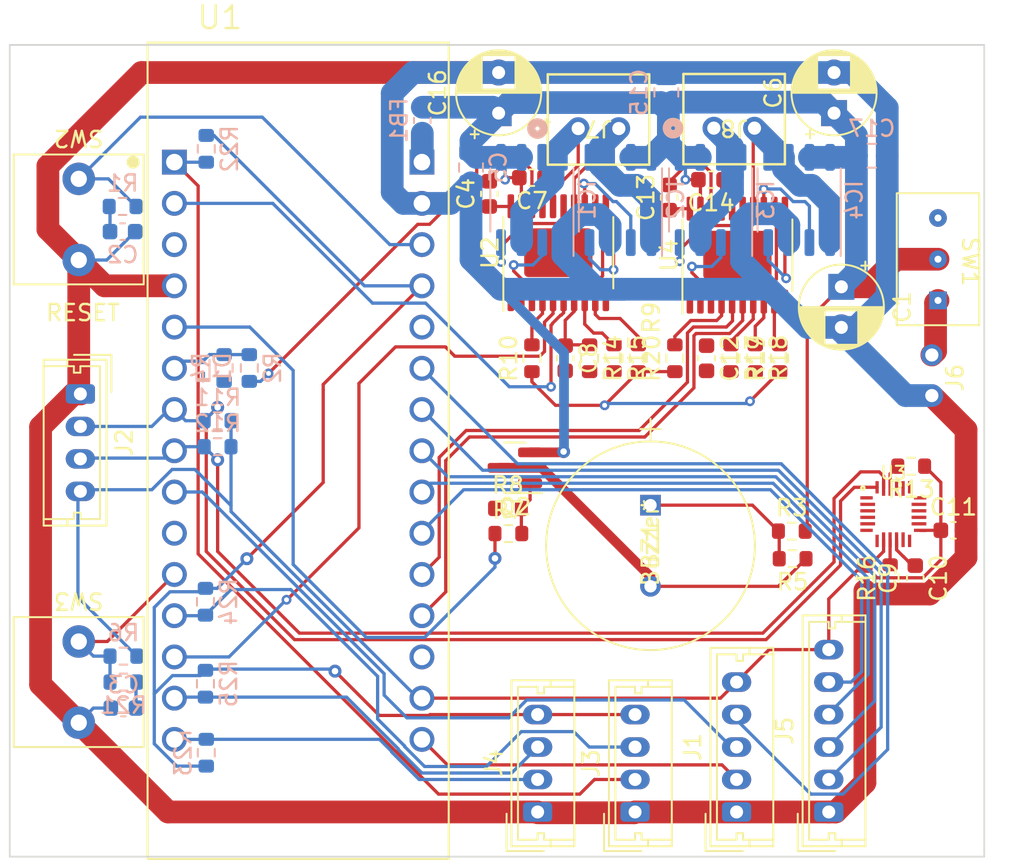
<source format=kicad_pcb>
(kicad_pcb (version 20211014) (generator pcbnew)
  (layers (0 "F.Cu" signal) (31 "B.Cu" signal) (34 "B.Paste" user) (35 "F.Paste" user) (36 "B.SilkS" user "B.Silkscreen") (37 "F.SilkS" user "F.Silkscreen") (38 "B.Mask" user) (39 "F.Mask" user) (44 "Edge.Cuts" user))
  (net 0 "")
  (net 1 "Net-(BZ1-Pad1)")
  (net 2 "Net-(BZ1-Pad2)")
  (net 3 "+BATT")
  (net 4 "GND")
  (net 5 "NRST")
  (net 6 "SW1")
  (net 7 "Net-(C4-Pad1)")
  (net 8 "Net-(C4-Pad2)")
  (net 9 "Net-(C7-Pad1)")
  (net 10 "Net-(C8-Pad1)")
  (net 11 "+3V3")
  (net 12 "Net-(C10-Pad1)")
  (net 13 "Net-(C12-Pad1)")
  (net 14 "Net-(FB1-Pad2)")
  (net 15 "Net-(IC2-Pad1)")
  (net 16 "Net-(IC2-Pad2)")
  (net 17 "Net-(IC2-Pad4)")
  (net 18 "Net-(IC3-Pad2)")
  (net 19 "Net-(IC3-Pad4)")
  (net 20 "Net-(IC4-Pad1)")
  (net 21 "Net-(IC4-Pad2)")
  (net 22 "Net-(IC4-Pad4)")
  (net 23 "NUCLEO_LED")
  (net 24 "Extra1")
  (net 25 "Extra2")
  (net 26 "SDA")
  (net 27 "SCLK")
  (net 28 "ENC1_2")
  (net 29 "ENC1_1")
  (net 30 "+5V")
  (net 31 "ENC2_2")
  (net 32 "ENC2_1")
  (net 33 "ADC1")
  (net 34 "ADC2")
  (net 35 "ADC3")
  (net 36 "ADC4")
  (net 37 "Net-(Q2-Pad1)")
  (net 38 "VBAT")
  (net 39 "SPEAKER")
  (net 40 "Net-(R9-Pad2)")
  (net 41 "Net-(R10-Pad2)")
  (net 42 "Net-(R13-Pad2)")
  (net 43 "Net-(R15-Pad1)")
  (net 44 "Net-(R16-Pad2)")
  (net 45 "MOT1_IN1")
  (net 49 "MOT2_IN2")
  (net 50 "MOT2_IN1")
  (net 51 "MOT1_IN2")
  (net 71 "Net-(J6-Pad2)")
  (net 72 "Net-(C3-Pad1)")
  (net 73 "Net-(C13-Pad1)")
  (net 74 "Net-(C13-Pad2)")
  (net 75 "Net-(C14-Pad1)")
  (net 76 "Net-(U2-Pad12)")
  (net 77 "Net-(IC1-Pad3)")
  (net 78 "Net-(U2-Pad15)")
  (net 79 "Net-(IC3-Pad3)")
  (net 80 "Net-(R18-Pad1)")
  (net 81 "Net-(R19-Pad2)")
  (net 82 "Net-(R20-Pad2)")
  (net 83 "Net-(C2-Pad1)")
  (footprint "Resistor_SMD:R_0603_1608Metric" (layer "F.Cu") (at 137.2 69.3 -90)
    (fp_text reference "R15")
    (fp_text value "33k")
  )
  (footprint "Footprints:QFN40P300X300X95-25N-D" (layer "F.Cu") (at 154.4 78.9)
    (fp_text reference "U3")
    (fp_text value "MPU-6500" hide)
  )
  (footprint "Resistor_SMD:R_0603_1608Metric" (layer "F.Cu") (at 144.4 69.3 -90)
    (fp_text reference "R17")
    (fp_text value "47k")
  )
  (footprint "Resistor_SMD:R_0603_1608Metric" (layer "F.Cu") (at 147.4 69.3 90)
    (fp_text reference "R19")
    (fp_text value "10k")
  )
  (footprint "Capacitor_SMD:C_0603_1608Metric" (layer "F.Cu") (at 140.6 59.4 90)
    (fp_text reference "C13")
    (fp_text value "0.1u")
  )
  (footprint "Capacitor_THT:CP_Radial_D5.0mm_P2.50mm" (layer "F.Cu") (at 151.2 64.9 -90)
    (fp_text reference "C1")
    (fp_text value "100u")
  )
  (footprint "Footprints:A4955GLPTR-T" (layer "F.Cu") (at 144.8 62.95 90)
    (fp_text reference "U4")
    (fp_text value "A4955GLPTR-T")
  )
  (footprint "Capacitor_SMD:C_0603_1608Metric" (layer "F.Cu") (at 152.65 82.85 -90)
    (fp_text reference "C9")
    (fp_text value "100n")
  )
  (footprint "Connector_Molex:Molex_Micro-Latch_53253-0470_1x04_P2.00mm_Vertical" (layer "F.Cu") (at 104.35 71.5 -90)
    (fp_text reference "J2")
    (fp_text value "I2C")
  )
  (footprint "Resistor_SMD:R_0603_1608Metric" (layer "F.Cu") (at 154.2 82.85 90)
    (fp_text reference "R16")
    (fp_text value "10k")
  )
  (footprint "Connector_Molex:Molex_Micro-Latch_53253-0570_1x05_P2.00mm_Vertical" (layer "F.Cu") (at 144.75 97.25 90)
    (fp_text reference "J1")
    (fp_text value "Extra2ch+LED")
  )
  (footprint "MountingHole:MountingHole_3.2mm_M3" (layer "F.Cu") (at 103 53)
    (fp_text reference "REF**" hide)
    (fp_text value "MountingHole_3.2mm_M3" hide)
  )
  (footprint "Resistor_SMD:R_0603_1608Metric" (layer "F.Cu") (at 145.9 69.3 -90)
    (fp_text reference "R18")
    (fp_text value "33k")
  )
  (footprint "Package_TO_SOT_SMD:SOT-23" (layer "F.Cu") (at 131.1 76.05 180)
    (fp_text reference "Q2")
    (fp_text value "BSS138")
  )
  (footprint "Resistor_SMD:R_0603_1608Metric" (layer "F.Cu") (at 140.95 69.3 90)
    (fp_text reference "R20")
    (fp_text value "10k")
  )
  (footprint "Resistor_SMD:R_0603_1608Metric" (layer "F.Cu") (at 135.7 69.3 -90)
    (fp_text reference "R14")
    (fp_text value "47k")
  )
  (footprint "Capacitor_SMD:C_0603_1608Metric" (layer "F.Cu") (at 142.9 69.3 -90)
    (fp_text reference "C12")
    (fp_text value "470p")
  )
  (footprint "Resistor_SMD:R_0603_1608Metric" (layer "F.Cu") (at 148.2 81.65 180)
    (fp_text reference "R5")
    (fp_text value "1k")
  )
  (footprint "Capacitor_SMD:C_0603_1608Metric" (layer "F.Cu") (at 143.175 58.3 180)
    (fp_text reference "C14")
    (fp_text value "0.1u")
  )
  (footprint "Resistor_SMD:R_0603_1608Metric" (layer "F.Cu") (at 138.7 69.3 90)
    (fp_text reference "R9")
    (fp_text value "10k")
  )
  (footprint "MountingHole:MountingHole_3.2mm_M3" (layer "F.Cu") (at 157 97)
    (fp_text reference "REF**" hide)
    (fp_text value "MountingHole_3.2mm_M3" hide)
  )
  (footprint "Capacitor_THT:CP_Radial_D5.0mm_P2.50mm" (layer "F.Cu") (at 130.1 54.2 90)
    (fp_text reference "C16")
    (fp_text value "100u")
  )
  (footprint "Connector_Molex:Molex_Micro-Latch_53253-0470_1x04_P2.00mm_Vertical" (layer "F.Cu") (at 132.5 97.25 90)
    (fp_text reference "J4")
    (fp_text value "Encoder2")
  )
  (footprint "Footprints:TVDT18-050C" (layer "F.Cu") (at 104.25 89.25 90)
    (fp_text reference "SW3")
    (fp_text value "SW_Push")
  )
  (footprint "MountingHole:MountingHole_3.2mm_M3" (layer "F.Cu") (at 157 53)
    (fp_text reference "REF**" hide)
    (fp_text value "MountingHole_3.2mm_M3" hide)
  )
  (footprint "Capacitor_SMD:C_0603_1608Metric" (layer "F.Cu") (at 132.15 58.175 180)
    (fp_text reference "C7")
    (fp_text value "0.1u")
  )
  (footprint "Footprints:A4955GLPTR-T" (layer "F.Cu") (at 133.775 62.8 90)
    (fp_text reference "U2")
    (fp_text value "A4955GLPTR-T")
  )
  (footprint "Resistor_SMD:R_0603_1608Metric" (layer "F.Cu") (at 155.5 75.95 180)
    (fp_text reference "R13")
    (fp_text value "4.7k")
  )
  (footprint "Connector_Molex:Molex_Micro-Latch_53253-0470_1x04_P2.00mm_Vertical" (layer "F.Cu") (at 138.5 97.25 90)
    (fp_text reference "J3")
    (fp_text value "Encoder1")
  )
  (footprint "MountingHole:MountingHole_3.2mm_M3" (layer "F.Cu") (at 103 97)
    (fp_text reference "REF**" hide)
    (fp_text value "MountingHole_3.2mm_M3" hide)
  )
  (footprint "Capacitor_SMD:C_0603_1608Metric" (layer "F.Cu") (at 158.1 79.9)
    (fp_text reference "C11")
    (fp_text value "100n")
  )
  (footprint "Capacitor_SMD:C_0603_1608Metric" (layer "F.Cu") (at 129.525 59.175 90)
    (fp_text reference "C4")
    (fp_text value "0.1u")
  )
  (footprint "Capacitor_SMD:C_0603_1608Metric" (layer "F.Cu") (at 134.2 69.3 -90)
    (fp_text reference "C8")
    (fp_text value "470p")
  )
  (footprint "Resistor_SMD:R_0603_1608Metric" (layer "F.Cu") (at 132.15 69.3 90)
    (fp_text reference "R10")
    (fp_text value "10k")
  )
  (footprint "Footprints:MODULE_NUCLEO-F303K8" (layer "F.Cu") (at 117.7575 75)
    (fp_text reference "U1")
    (fp_text value "NUCLEO-F303K8")
  )
  (footprint "Capacitor_THT:CP_Radial_D5.0mm_P2.50mm" (layer "F.Cu") (at 150.75 54.2 90)
    (fp_text reference "C6")
    (fp_text value "100u")
  )
  (footprint "Footprints:CONN_B02B-PASKLFSN_JST" (layer "F.Cu") (at 143.35 55.125 180)
    (fp_text reference "J8")
    (fp_text value "Motor2")
  )
  (footprint "Footprints:2MS1-T1-B4-VS2-Q-E-S" (layer "F.Cu") (at 157.15 63.2 90)
    (fp_text reference "SW1")
    (fp_text value "BatterySW")
  )
  (footprint "Footprints:CONN_B02B-PASKLFSN_JST" (layer "F.Cu") (at 135 55.15 180)
    (fp_text reference "J7")
    (fp_text value "Motor1")
  )
  (footprint "Connector_Molex:Molex_Micro-Latch_53253-0670_1x06_P2.00mm_Vertical" (layer "F.Cu") (at 150.425 97.25 90)
    (fp_text reference "J5")
    (fp_text value "ADC4ch")
  )
  (footprint "Footprints:TVDT18-050C" (layer "F.Cu") (at 104.25 60.75 90)
    (fp_text reference "SW2")
    (fp_text value "SW_Push")
  )
  (footprint "Footprints:IL-G_2P" (layer "F.Cu") (at 156.7 70.35 90)
    (fp_text reference "J6")
    (fp_text value "Battery")
  )
  (footprint "Footprints:PKM13EPYH4000-A0" (layer "F.Cu") (at 139.45 78.35 -90)
    (fp_text reference "BZ1")
    (fp_text value "Buzzer")
  )
  (footprint "Capacitor_SMD:C_0603_1608Metric" (layer "F.Cu") (at 155.75 82.85 -90)
    (fp_text reference "C10")
    (fp_text value "100n")
  )
  (footprint "Resistor_SMD:R_0603_1608Metric" (layer "F.Cu") (at 130.675 78.55)
    (fp_text reference "R8")
    (fp_text value "47k")
  )
  (footprint "Resistor_SMD:R_0603_1608Metric" (layer "F.Cu") (at 148.15 79.95)
    (fp_text reference "R3")
    (fp_text value "470")
  )
  (footprint "Resistor_SMD:R_0603_1608Metric" (layer "F.Cu") (at 130.7 80.1)
    (fp_text reference "R7")
    (fp_text value "30")
  )
  (footprint "Resistor_SMD:R_0603_1608Metric" (layer "B.Cu") (at 112.8 74.75 180)
    (fp_text reference "R12")
    (fp_text value "4.7k")
  )
  (footprint "Capacitor_SMD:C_0805_2012Metric" (layer "B.Cu") (at 140.425 52.925 -90)
    (fp_text reference "C15")
    (fp_text value "10u")
  )
  (footprint "Footprints:BSO220N03MD" (layer "B.Cu") (at 143.15 59.55 90)
    (fp_text reference "IC3")
    (fp_text value "BSO220")
  )
  (footprint "Resistor_SMD:R_0603_1608Metric" (layer "B.Cu") (at 107 87.65 180)
    (fp_text reference "R6")
    (fp_text value "1k")
  )
  (footprint "Resistor_SMD:R_0603_1608Metric" (layer "B.Cu") (at 112.05 84.3 90)
    (fp_text reference "R24")
    (fp_text value "10k")
  )
  (footprint "Resistor_SMD:R_0603_1608Metric" (layer "B.Cu") (at 114.75 69.9 90)
    (fp_text reference "R2")
    (fp_text value "1.8k")
  )
  (footprint "Capacitor_SMD:C_0603_1608Metric" (layer "B.Cu") (at 107 90.85 180)
    (fp_text reference "C3")
    (fp_text value "100n")
  )
  (footprint "Footprints:BSO220N03MD" (layer "B.Cu") (at 137.6 59.55 90)
    (fp_text reference "IC2")
    (fp_text value "BSO220")
  )
  (footprint "Inductor_SMD:L_0603_1608Metric" (layer "B.Cu") (at 125.4 54.65 -90)
    (fp_text reference "FB1")
    (fp_text value "FerriteBead_Small")
  )
  (footprint "Footprints:BSO220N03MD" (layer "B.Cu") (at 148.6 59.55 90)
    (fp_text reference "IC4")
    (fp_text value "BSO220")
  )
  (footprint "Resistor_SMD:R_0603_1608Metric" (layer "B.Cu") (at 112.1 93.6 -90)
    (fp_text reference "R23")
    (fp_text value "10k")
  )
  (footprint "Resistor_SMD:R_0603_1608Metric" (layer "B.Cu") (at 112.05 89.35 90)
    (fp_text reference "R25")
    (fp_text value "10k")
  )
  (footprint "Resistor_SMD:R_0603_1608Metric" (layer "B.Cu") (at 112.8 73.15 180)
    (fp_text reference "R11")
    (fp_text value "4.7k")
  )
  (footprint "Capacitor_SMD:C_0603_1608Metric" (layer "B.Cu") (at 106.95 61.5)
    (fp_text reference "C2")
    (fp_text value "100n")
  )
  (footprint "Capacitor_SMD:C_0805_2012Metric" (layer "B.Cu") (at 153.075 56.825 180)
    (fp_text reference "C17")
    (fp_text value "10u")
  )
  (footprint "Capacitor_SMD:C_0805_2012Metric" (layer "B.Cu") (at 128.4 57.55 90)
    (fp_text reference "C5")
    (fp_text value "10u")
  )
  (footprint "Diode_SMD:D_SOD-923" (layer "B.Cu") (at 111.9 69.9 90)
    (fp_text reference "D1")
    (fp_text value "ESD9B3.3ST5G")
  )
  (footprint "Resistor_SMD:R_0603_1608Metric" (layer "B.Cu") (at 107 89.25)
    (fp_text reference "R21")
    (fp_text value "470")
  )
  (footprint "Resistor_SMD:R_0603_1608Metric" (layer "B.Cu") (at 106.95 59.95 180)
    (fp_text reference "R1")
    (fp_text value "470")
  )
  (footprint "Resistor_SMD:R_0603_1608Metric" (layer "B.Cu") (at 112.1 56.4 90)
    (fp_text reference "R22")
    (fp_text value "10k")
  )
  (footprint "Resistor_SMD:R_0603_1608Metric" (layer "B.Cu") (at 113.2 69.9 -90)
    (fp_text reference "R4")
    (fp_text value "1k")
  )
  (footprint "Footprints:BSO220N03MD" (layer "B.Cu") (at 132.15 59.55 90)
    (fp_text reference "IC1")
    (fp_text value "BSO220")
  )
  (gr_rect locked (start 100 50) (end 160 100) (layer "Edge.Cuts") (width 0.1) (fill none))
  (gr_text "RESET" (at 104.5 66.5) (layer "F.SilkS") (effects (font (size 1 1))))
  (segment (start 147.375 80) (end 147.325 79.95) (width 0.2) (layer "F.Cu") (net 1))
  (segment (start 139.45 78.35) (end 145.725 78.35) (width 0.2) (layer "F.Cu") (net 1))
  (segment (start 147.375 81.65) (end 147.375 80) (width 0.2) (layer "F.Cu") (net 1))
  (segment (start 145.725 78.35) (end 147.325 79.95) (width 0.2) (layer "F.Cu") (net 1))
  (segment (start 147.325 83.35) (end 139.45 83.35) (width 0.2) (layer "F.Cu") (net 2))
  (segment (start 149.025 81.65) (end 147.325 83.35) (width 0.2) (layer "F.Cu") (net 2))
  (segment (start 139.45 82.755761) (end 139.45 83.35) (width 0.6) (layer "F.Cu") (net 2))
  (segment (start 132.744239 76.05) (end 139.45 82.755761) (width 0.6) (layer "F.Cu") (net 2))
  (segment (start 130.1625 76.05) (end 132.744239 76.05) (width 0.6) (layer "F.Cu") (net 2))
  (segment (start 128.75 55.55) (end 130.1 54.2) (width 0.2) (layer "F.Cu") (net 3))
  (segment (start 131.375 58.175) (end 130.6245 58.175) (width 0.2) (layer "F.Cu") (net 3))
  (segment (start 128.75 58.15) (end 128.75 55.55) (width 0.2) (layer "F.Cu") (net 3))
  (segment (start 115.935681 70.235681) (end 125.121362 61.05) (width 0.2) (layer "F.Cu") (net 3))
  (segment (start 154.55 63.2) (end 157.15 63.2) (width 1.4) (layer "F.Cu") (net 3))
  (segment (start 151.2 64.9) (end 152.85 64.9) (width 1.4) (layer "F.Cu") (net 3))
  (segment (start 131.5 58.3) (end 131.375 58.175) (width 0.2) (layer "F.Cu") (net 3))
  (segment (start 151.2 64.9) (end 149.1 67) (width 0.2) (layer "F.Cu") (net 3))
  (segment (start 131.5 59.9375) (end 131.5 58.3) (width 0.2) (layer "F.Cu") (net 3))
  (segment (start 125.121362 61.05) (end 125.85 61.05) (width 0.2) (layer "F.Cu") (net 3))
  (segment (start 142.525 58.425) (end 142.525 60.0875) (width 0.2) (layer "F.Cu") (net 3))
  (segment (start 130.6245 58.175) (end 130.4995 58.3) (width 0.2) (layer "F.Cu") (net 3))
  (segment (start 125.85 61.05) (end 128.75 58.15) (width 0.2) (layer "F.Cu") (net 3))
  (segment (start 141.6 58.3) (end 142.4 58.3) (width 0.2) (layer "F.Cu") (net 3))
  (segment (start 152.85 64.9) (end 154.55 63.2) (width 1.4) (layer "F.Cu") (net 3))
  (segment (start 142.4 58.3) (end 142.525 58.425) (width 0.2) (layer "F.Cu") (net 3))
  (segment (start 149.1 79.825) (end 148.975 79.95) (width 0.2) (layer "F.Cu") (net 3))
  (segment (start 149.1 67) (end 149.1 79.825) (width 0.2) (layer "F.Cu") (net 3))
  (via (at 141.6 58.3) (size 0.6) (drill 0.3) (layers "F.Cu" "B.Cu") (net 3))
  (via (at 130.4995 58.3) (size 0.6) (drill 0.3) (layers "F.Cu" "B.Cu") (net 3))
  (via (at 115.935681 70.235681) (size 0.6) (drill 0.3) (layers "F.Cu" "B.Cu") (net 3))
  (segment (start 130.1 54.2) (end 130.75 53.55) (width 1.4) (layer "B.Cu") (net 3))
  (segment (start 128.4 56.6) (end 128.4 55.9) (width 1.4) (layer "B.Cu") (net 3))
  (segment (start 149.235 56.925) (end 152.025 56.925) (width 1.4) (layer "B.Cu") (net 3))
  (segment (start 140.55 54) (end 140.55 55.25) (width 1.4) (layer "B.Cu") (net 3))
  (segment (start 141.6 58.3) (end 141.6 57.28) (width 0.2) (layer "B.Cu") (net 3))
  (segment (start 129.7375 53.8375) (end 125.4 53.8375) (width 1.4) (layer "B.Cu") (net 3))
  (segment (start 130.75 53.55) (end 140.1 53.55) (width 1.4) (layer "B.Cu") (net 3))
  (segment (start 128.4 55.9) (end 130.1 54.2) (width 1.4) (layer "B.Cu") (net 3))
  (segment (start 142.515 56.925) (end 141.375 56.925) (width 1.4) (layer "B.Cu") (net 3))
  (segment (start 141.6 57.28) (end 140.425 56.105) (width 0.2) (layer "B.Cu") (net 3))
  (segment (start 152.125 56.825) (end 152.125 55.575) (width 1.4) (layer "B.Cu") (net 3))
  (segment (start 139.475 56.925) (end 138.235 56.925) (width 1.4) (layer "B.Cu") (net 3))
  (segment (start 150.075 53.525) (end 140.775 53.525) (width 1.4) (layer "B.Cu") (net 3))
  (segment (start 140.1 53.55) (end 140.425 53.875) (width 1.4) (layer "B.Cu") (net 3))
  (segment (start 140.55 55.85) (end 139.475 56.925) (width 1.4) (layer "B.Cu") (net 3))
  (segment (start 152.125 55.575) (end 150.75 54.2) (width 1.4) (layer "B.Cu") (net 3))
  (segment (start 115.446362 70.725) (end 114.75 70.725) (width 0.2) (layer "B.Cu") (net 3))
  (segment (start 130.1 54.2) (end 129.7375 53.8375) (width 1.4) (layer "B.Cu") (net 3))
  (segment (start 150.75 54.2) (end 150.075 53.525) (width 1.4) (layer "B.Cu") (net 3))
  (segment (start 128.725 56.925) (end 128.4 56.6) (width 1.4) (layer "B.Cu") (net 3))
  (segment (start 130.4995 58.3) (end 130.4995 57.1795) (width 0.2) (layer "B.Cu") (net 3))
  (segment (start 140.425 56.105) (end 140.425 53.875) (width 0.2) (layer "B.Cu") (net 3))
  (segment (start 115.935681 70.235681) (end 115.446362 70.725) (width 0.2) (layer "B.Cu") (net 3))
  (segment (start 140.775 53.525) (end 140.425 53.875) (width 1.4) (layer "B.Cu") (net 3))
  (segment (start 152.125 56.825) (end 152.125 63.975) (width 1.4) (layer "B.Cu") (net 3))
  (segment (start 152.125 63.975) (end 151.2 64.9) (width 1.4) (layer "B.Cu") (net 3))
  (segment (start 131.515 56.925) (end 128.725 56.925) (width 1.4) (layer "B.Cu") (net 3))
  (segment (start 140.55 55.25) (end 140.55 55.85) (width 1.4) (layer "B.Cu") (net 3))
  (segment (start 140.55 56.1) (end 140.55 55.25) (width 1.4) (layer "B.Cu") (net 3))
  (segment (start 152.025 56.925) (end 152.125 56.825) (width 1.4) (layer "B.Cu") (net 3))
  (segment (start 140.425 53.875) (end 140.55 54) (width 1.4) (layer "B.Cu") (net 3))
  (segment (start 141.375 56.925) (end 140.55 56.1) (width 1.4) (layer "B.Cu") (net 3))
  (segment (start 130.4995 57.1795) (end 130.245 56.925) (width 0.2) (layer "B.Cu") (net 3))
  (segment (start 158.875 73.705) (end 156.77 71.6) (width 1.4) (layer "F.Cu") (net 4))
  (segment (start 105.84 64.84) (end 104.25 63.25) (width 1.4) (layer "F.Cu") (net 4))
  (segment (start 104.35 71.5) (end 103.92868 71.5) (width 1.4) (layer "F.Cu") (net 4))
  (segment (start 156.631676 83.825) (end 158.875 81.581676) (width 1.4) (layer "F.Cu") (net 4))
  (segment (start 108.112994 51.7) (end 102.35 57.462994) (width 1.4) (layer "F.Cu") (net 4))
  (segment (start 110.1375 64.84) (end 105.84 64.84) (width 1.4) (layer "F.Cu") (net 4))
  (segment (start 132.0375 75.1) (end 134.05 75.1) (width 0.6) (layer "F.Cu") (net 4))
  (segment (start 152.85 83.825) (end 156.631676 83.825) (width 1.4) (layer "F.Cu") (net 4))
  (segment (start 103.92868 71.5) (end 101.9 73.52868) (width 1.4) (layer "F.Cu") (net 4))
  (segment (start 158.875 79.9) (end 158.875 73.705) (width 1.4) (layer "F.Cu") (net 4))
  (segment (start 104.25 63.25) (end 104.25 71.4) (width 1.4) (layer "F.Cu") (net 4))
  (segment (start 134.05 75.1) (end 134.1 75.05) (width 0.6) (layer "F.Cu") (net 4))
  (segment (start 101.9 89.4) (end 104.25 91.75) (width 1.4) (layer "F.Cu") (net 4))
  (segment (start 152.65 95.44632) (end 150.84632 97.25) (width 1.4) (layer "F.Cu") (net 4))
  (segment (start 132.5 97.25) (end 109.75 97.25) (width 1.4) (layer "F.Cu") (net 4))
  (segment (start 144.75 97.25) (end 144.425 97.25) (width 0.2) (layer "F.Cu") (net 4))
  (segment (start 158.875 81.581676) (end 158.875 79.9) (width 1.4) (layer "F.Cu") (net 4))
  (segment (start 102.35 61.35) (end 104.25 63.25) (width 1.4) (layer "F.Cu") (net 4))
  (segment (start 150.84632 97.25) (end 150.425 97.25) (width 1.4) (layer "F.Cu") (net 4))
  (segment (start 138.5 97.25) (end 138.45 97.3) (width 1.4) (layer "F.Cu") (net 4))
  (segment (start 102.35 57.462994) (end 102.35 61.35) (width 1.4) (layer "F.Cu") (net 4))
  (segment (start 130.1 51.7) (end 108.112994 51.7) (width 1.4) (layer "F.Cu") (net 4))
  (segment (start 152.65 83.625) (end 152.85 83.825) (width 1.4) (layer "F.Cu") (net 4))
  (segment (start 138.45 97.3) (end 132.5 97.3) (width 1.4) (layer "F.Cu") (net 4))
  (segment (start 109.75 97.25) (end 104.25 91.75) (width 1.4) (layer "F.Cu") (net 4))
  (segment (start 152.65 83.625) (end 152.65 95.44632) (width 1.4) (layer "F.Cu") (net 4))
  (segment (start 104.25 71.4) (end 104.35 71.5) (width 1.4) (layer "F.Cu") (net 4))
  (segment (start 101.9 73.52868) (end 101.9 89.4) (width 1.4) (layer "F.Cu") (net 4))
  (segment (start 150.425 97.25) (end 138.5 97.25) (width 1.4) (layer "F.Cu") (net 4))
  (via (at 134.1 75.05) (size 0.8) (drill 0.4) (layers "F.Cu" "B.Cu") (net 4))
  (segment (start 134.055 62.944214) (end 136.160786 65.05) (width 1.4) (layer "B.Cu") (net 4))
  (segment (start 149.127443 67.4) (end 151.2 67.4) (width 1.4) (layer "B.Cu") (net 4))
  (segment (start 135.110076 60.45) (end 136.279924 60.45) (width 1.4) (layer "B.Cu") (net 4))
  (segment (start 134.055 62.175) (end 134.055 62.944214) (width 1.4) (layer "B.Cu") (net 4))
  (segment (start 136.160786 65.05) (end 137.8 65.05) (width 1.4) (layer "B.Cu") (net 4))
  (segment (start 105.15 90.85) (end 106.225 90.85) (width 0.2) (layer "B.Cu") (net 4))
  (segment (start 145.055 63.327557) (end 149.127443 67.4) (width 1.4) (layer "B.Cu") (net 4))
  (segment (start 128.4 58.5) (end 128.4 63.222057) (width 1.4) (layer "B.Cu") (net 4))
  (segment (start 130.227943 65.05) (end 146.777443 65.05) (width 1.4) (layer "B.Cu") (net 4))
  (segment (start 151.85 51.7) (end 154.025 53.875) (width 1.4) (layer "B.Cu") (net 4))
  (segment (start 107.725 61.5) (end 105.975 63.25) (width 0.2) (layer "B.Cu") (net 4))
  (segment (start 127.14 59.76) (end 128.4 58.5) (width 1.4) (layer "B.Cu") (net 4))
  (segment (start 125.3775 59.76) (end 127.14 59.76) (width 1.4) (layer "B.Cu") (net 4))
  (segment (start 154.025 56.825) (end 154.025 65.475) (width 1.4) (layer "B.Cu") (net 4))
  (segment (start 150.75 51.7) (end 130.1 51.7) (width 1.4) (layer "B.Cu") (net 4))
  (segment (start 104.25 91.75) (end 105.15 90.85) (width 0.2) (layer "B.Cu") (net 4))
  (segment (start 136.965 61.135076) (end 136.965 62.175) (width 1.4) (layer "B.Cu") (net 4))
  (segment (start 124.235 59.76) (end 125.3775 59.76) (width 1.4) (layer "B.Cu") (net 4))
  (segment (start 130.1 51.7) (end 124.825 51.7) (width 1.4) (layer "B.Cu") (net 4))
  (segment (start 152.1 67.4) (end 151.2 67.4) (width 1.4) (layer "B.Cu") (net 4))
  (segment (start 154.025 65.475) (end 152.1 67.4) (width 1.4) (layer "B.Cu") (net 4))
  (segment (start 145.055 62.175) (end 145.055 63.327557) (width 1.4) (layer "B.Cu") (net 4))
  (segment (start 128.4 63.222057) (end 130.227943 65.05) (width 1.4) (layer "B.Cu") (net 4))
  (segment (start 136.279924 60.45) (end 136.965 61.135076) (width 1.4) (layer "B.Cu") (net 4))
  (segment (start 150.75 51.7) (end 151.85 51.7) (width 1.4) (layer "B.Cu") (net 4))
  (segment (start 147.965 62.175) (end 147.965 61.09) (width 1.4) (layer "B.Cu") (net 4))
  (segment (start 145.055 60.92) (end 145.055 62.175) (width 1.4) (layer "B.Cu") (net 4))
  (segment (start 151.2 67.644888) (end 151.2 67.4) (width 1.4) (layer "B.Cu") (net 4))
  (segment (start 156.77 71.6) (end 155.155112 71.6) (width 1.4) (layer "B.Cu") (net 4))
  (segment (start 145.575 60.4) (end 145.055 60.92) (width 1.4) (layer "B.Cu") (net 4))
  (segment (start 134.125 75.025) (end 134.125 68.947057) (width 0.6) (layer "B.Cu") (net 4))
  (segment (start 105.975 63.25) (end 104.25 63.25) (width 0.2) (layer "B.Cu") (net 4))
  (segment (start 124.825 51.7) (end 123.55 52.975) (width 1.4) (layer "B.Cu") (net 4))
  (segment (start 147.965 61.09) (end 147.275 60.4) (width 1.4) (layer "B.Cu") (net 4))
  (segment (start 154.025 53.875) (end 154.025 56.825) (width 1.4) (layer "B.Cu") (net 4))
  (segment (start 146.777443 65.05) (end 149.127443 67.4) (width 1.4) (layer "B.Cu") (net 4))
  (segment (start 147.275 60.4) (end 145.575 60.4) (width 1.4) (layer "B.Cu") (net 4))
  (segment (start 134.125 68.947057) (end 130.227943 65.05) (width 0.6) (layer "B.Cu") (net 4))
  (segment (start 134.055 61.505076) (end 135.110076 60.45) (width 1.4) (layer "B.Cu") (net 4))
  (segment (start 123.55 52.975) (end 123.55 59.075) (width 1.4) (layer "B.Cu") (net 4))
  (segment (start 134.055 62.175) (end 134.055 61.505076) (width 1.4) (layer "B.Cu") (net 4))
  (segment (start 134.1 75.05) (end 134.125 75.025) (width 0.6) (layer "B.Cu") (net 4))
  (segment (start 123.55 59.075) (end 124.235 59.76) (width 1.4) (layer "B.Cu") (net 4))
  (segment (start 155.155112 71.6) (end 151.2 67.644888) (width 1.4) (layer "B.Cu") (net 4))
  (segment (start 125.3775 62.3) (end 123.4 62.3) (width 0.2) (layer "B.Cu") (net 5))
  (segment (start 115.55 54.45) (end 108.05 54.45) (width 0.2) (layer "B.Cu") (net 5))
  (segment (start 106.075 58.25) (end 104.25 58.25) (width 0.2) (layer "B.Cu") (net 5))
  (segment (start 123.4 62.3) (end 115.55 54.45) (width 0.2) (layer "B.Cu") (net 5))
  (segment (start 108.05 54.45) (end 104.25 58.25) (width 0.2) (layer "B.Cu") (net 5))
  (segment (start 107.775 59.95) (end 106.075 58.25) (width 0.2) (layer "B.Cu") (net 5))
  (segment (start 106.0075 86.75) (end 110.1375 82.62) (width 0.2) (layer "F.Cu") (net 6))
  (segment (start 104.25 86.75) (end 106.0075 86.75) (width 0.2) (layer "F.Cu") (net 6))
  (segment (start 104.25 86.75) (end 105.15 87.65) (width 0.2) (layer "B.Cu") (net 6))
  (segment (start 106.175 89.25) (end 106.175 87.65) (width 0.2) (layer "B.Cu") (net 6))
  (segment (start 105.15 87.65) (end 106.175 87.65) (width 0.2) (layer "B.Cu") (net 6))
  (segment (start 129.525 59.95) (end 130.8375 59.95) (width 0.2) (layer "F.Cu") (net 7))
  (segment (start 130.8375 59.95) (end 130.85 59.9375) (width 0.2) (layer "F.Cu") (net 7))
  (segment (start 132.15 59.9375) (end 132.15 57.732538) (width 0.2) (layer "F.Cu") (net 8))
  (segment (start 131.792462 57.375) (end 130.375 57.375) (width 0.2) (layer "F.Cu") (net 8))
  (segment (start 132.15 57.732538) (end 131.792462 57.375) (width 0.2) (layer "F.Cu") (net 8))
  (segment (start 130.375 57.375) (end 129.525 58.225) (width 0.2) (layer "F.Cu") (net 8))
  (segment (start 129.525 58.225) (end 129.525 58.4) (width 0.2) (layer "F.Cu") (net 8))
  (segment (start 132.8 58.3) (end 132.925 58.175) (width 0.2) (layer "F.Cu") (net 9))
  (segment (start 132.8 59.9375) (end 132.8 58.3) (width 0.2) (layer "F.Cu") (net 9))
  (segment (start 134.2 66.965685) (end 134.2 68.025) (width 0.2) (layer "F.Cu") (net 10))
  (segment (start 134.25 68.475) (end 134.2 68.525) (width 0.2) (layer "F.Cu") (net 10))
  (segment (start 135.7 68.475) (end 134.25 68.475) (width 0.2) (layer "F.Cu") (net 10))
  (segment (start 134.75 66.415685) (end 134.2 66.965685) (width 0.2) (layer "F.Cu") (net 10))
  (segment (start 134.75 65.6625) (end 134.75 66.415685) (width 0.2) (layer "F.Cu") (net 10))
  (segment (start 132.15 70.125) (end 132.15 70.65) (width 0.2) (layer "F.Cu") (net 11))
  (segment (start 152.925 82.075) (end 152.65 82.075) (width 0.2) (layer "F.Cu") (net 11))
  (segment (start 152.475 82.075) (end 152.65 82.075) (width 0.2) (layer "F.Cu") (net 11))
  (segment (start 153.4 82.825) (end 152.65 82.075) (width 0.2) (layer "F.Cu") (net 11))
  (segment (start 144.75 89.25) (end 143.76 90.24) (width 0.2) (layer "F.Cu") (net 11))
  (segment (start 157.325 76.95) (end 156.325 75.95) (width 0.2) (layer "F.Cu") (net 11))
  (segment (start 150.425 87.25) (end 150.425 84.125) (width 0.2) (layer "F.Cu") (net 11))
  (segment (start 157.325 79.9) (end 157.325 76.95) (width 0.2) (layer "F.Cu") (net 11))
  (segment (start 157.325 79.9) (end 157.325 81.717462) (width 0.2) (layer "F.Cu") (net 11))
  (segment (start 143.76 90.24) (end 125.3775 90.24) (width 0.2) (layer "F.Cu") (net 11))
  (segment (start 157.325 81.717462) (end 156.217462 82.825) (width 0.2) (layer "F.Cu") (net 11))
  (segment (start 156.217462 82.825) (end 153.4 82.825) (width 0.2) (layer "F.Cu") (net 11))
  (segment (start 138.7 70.125) (end 140.95 70.125) (width 0.2) (layer "F.Cu") (net 11))
  (segment (start 146.75 87.25) (end 144.75 89.25) (width 0.2) (layer "F.Cu") (net 11))
  (segment (start 156.051 79.9) (end 157.275 79.9) (width 0.2) (layer "F.Cu") (net 11))
  (segment (start 153.8 81.2) (end 152.925 82.075) (width 0.2) (layer "F.Cu") (net 11))
  (segment (start 153.8 80.4785) (end 153.8 81.2) (width 0.2) (layer "F.Cu") (net 11))
  (segment (start 145.575 71.95) (end 147.4 70.125) (width 0.2) (layer "F.Cu") (net 11))
  (segment (start 157.275 79.9) (end 157.325 79.85) (width 0.2) (layer "F.Cu") (net 11))
  (segment (start 132.15 70.75) (end 132.15 70.125) (width 0.2) (layer "F.Cu") (net 11))
  (segment (start 136.625 72.2) (end 133.6 72.2) (width 0.2) (layer "F.Cu") (net 11))
  (segment (start 133.6 72.2) (end 132.15 70.75) (width 0.2) (layer "F.Cu") (net 11))
  (segment (start 150.425 84.125) (end 152.475 82.075) (width 0.2) (layer "F.Cu") (net 11))
  (segment (start 150.425 87.25) (end 146.75 87.25) (width 0.2) (layer "F.Cu") (net 11))
  (segment (start 136.625 72.2) (end 138.7 70.125) (width 0.2) (layer "F.Cu") (net 11))
  (via (at 145.575 71.95) (size 0.6) (drill 0.3) (layers "F.Cu" "B.Cu") (net 11))
  (via (at 136.625 72.2) (size 0.6) (drill 0.3) (layers "F.Cu" "B.Cu") (net 11))
  (segment (start 113.625 74.75) (end 113.625 78.740686) (width 0.2) (layer "B.Cu") (net 11))
  (segment (start 111.4 76.15) (end 113.625 78.375) (width 0.2) (layer "B.Cu") (net 11))
  (segment (start 113.625 73.15) (end 113.625 74.75) (width 0.2) (layer "B.Cu") (net 11))
  (segment (start 125.124314 90.24) (end 125.3775 90.24) (width 0.2) (layer "B.Cu") (net 11))
  (segment (start 104.2 84.025) (end 104.2 77.65) (width 0.2) (layer "B.Cu") (net 11))
  (segment (start 108.75 77.4) (end 110 76.15) (width 0.2) (layer "B.Cu") (net 11))
  (segment (start 145.575 71.95) (end 145.4375 72.0875) (width 0.2) (layer "B.Cu") (net 11))
  (segment (start 110 76.15) (end 111.4 76.15) (width 0.2) (layer "B.Cu") (net 11))
  (segment (start 107.825 87.65) (end 104.2 84.025) (width 0.2) (layer "B.Cu") (net 11))
  (segment (start 104.2 77.65) (end 104.35 77.5) (width 0.2) (layer "B.Cu") (net 11))
  (segment (start 136.7375 72.0875) (end 136.625 72.2) (width 0.2) (layer "B.Cu") (net 11))
  (segment (start 113.625 78.740686) (end 125.124314 90.24) (width 0.2) (layer "B.Cu") (net 11))
  (segment (start 104.45 77.4) (end 108.75 77.4) (width 0.2) (layer "B.Cu") (net 11))
  (segment (start 145.4375 72.0875) (end 136.7375 72.0875) (width 0.2) (layer "B.Cu") (net 11))
  (segment (start 104.35 77.5) (end 104.45 77.4) (width 0.2) (layer "B.Cu") (net 11))
  (segment (start 155.325 81.817893) (end 155.325 81.825) (width 0.2) (layer "F.Cu") (net 12))
  (segment (start 154.6 81.1) (end 155.025 81.525) (width 0.2) (layer "F.Cu") (net 12))
  (segment (start 155.325 81.825) (end 155.575 82.075) (width 0.2) (layer "F.Cu") (net 12))
  (segment (start 155.025 81.525) (end 155.032107 81.525) (width 0.2) (layer "F.Cu") (net 12))
  (segment (start 155.575 82.075) (end 155.75 82.075) (width 0.2) (layer "F.Cu") (net 12))
  (segment (start 154.6 80.4785) (end 154.6 81.1) (width 0.2) (layer "F.Cu") (net 12))
  (segment (start 155.032107 81.525) (end 155.325 81.817893) (width 0.2) (layer "F.Cu") (net 12))
  (segment (start 145.775 66.890686) (end 144.4 68.265686) (width 0.2) (layer "F.Cu") (net 13))
  (segment (start 144.4 68.265686) (end 144.4 68.475) (width 0.2) (layer "F.Cu") (net 13))
  (segment (start 145.775 65.8125) (end 145.775 66.890686) (width 0.2) (layer "F.Cu") (net 13))
  (segment (start 125.4 55.4375) (end 125.4 57.1975) (width 1.4) (layer "B.Cu") (net 14))
  (segment (start 125.4 57.1975) (end 125.3775 57.22) (width 1.4) (layer "B.Cu") (net 14))
  (segment (start 134.75 59.9375) (end 134.75 58.240686) (width 0.2) (layer "F.Cu") (net 15))
  (segment (start 137.5 55.490686) (end 137.5 55.15) (width 0.2) (layer "F.Cu") (net 15))
  (segment (start 134.75 58.240686) (end 137.5 55.490686) (width 0.2) (layer "F.Cu") (net 15))
  (segment (start 137.2 55.45) (end 137.5 55.15) (width 0.2) (layer "F.Cu") (net 15))
  (segment (start 139.505 59.555) (end 138.6 58.65) (width 1.4) (layer "B.Cu") (net 15))
  (segment (start 136.35 57.441352) (end 136.35 56.3) (width 1.4) (layer "B.Cu") (net 15))
  (segment (start 136.35 56.3) (end 137.5 55.15) (width 1.4) (layer "B.Cu") (net 15))
  (segment (start 139.505 62.175) (end 139.505 59.555) (width 1.4) (layer "B.Cu") (net 15))
  (segment (start 137.558648 58.65) (end 136.35 57.441352) (width 1.4) (layer "B.Cu") (net 15))
  (segment (start 138.6 58.65) (end 137.558648 58.65) (width 1.4) (layer "B.Cu") (net 15))
  (segment (start 135.4 59.9375) (end 135.4 58.588409) (width 0.2) (layer "F.Cu") (net 16))
  (segment (start 135.4 58.588409) (end 135.351955 58.540364) (width 0.2) (layer "F.Cu") (net 16))
  (via (at 135.351955 58.540364) (size 0.6) (drill 0.3) (layers "F.Cu" "B.Cu") (net 16))
  (segment (start 137.350001 59.650001) (end 138.235 60.535) (width 0.2) (layer "B.Cu") (net 16))
  (segment (start 137.144435 59.650001) (end 137.350001 59.650001) (width 0.2) (layer "B.Cu") (net 16))
  (segment (start 138.235 60.535) (end 138.235 62.175) (width 0.2) (layer "B.Cu") (net 16))
  (segment (start 138.235 62.638735) (end 138.235 62.175) (width 0.2) (layer "B.Cu") (net 16))
  (segment (start 135.351955 58.540364) (end 136.034798 58.540364) (width 0.2) (layer "B.Cu") (net 16))
  (segment (start 136.034798 58.540364) (end 137.144435 59.650001) (width 0.2) (layer "B.Cu") (net 16))
  (segment (start 136.7 59.9375) (end 136.7 60.875) (width 0.2) (layer "F.Cu") (net 17))
  (segment (start 136.95 61.125) (end 137.175 61.35) (width 0.2) (layer "F.Cu") (net 17))
  (segment (start 137.175 61.35) (end 137.175 63.85) (width 0.2) (layer "F.Cu") (net 17))
  (segment (start 136.7 60.875) (end 136.95 61.125) (width 0.2) (layer "F.Cu") (net 17))
  (via (at 137.175 63.85) (size 0.6) (drill 0.3) (layers "F.Cu" "B.Cu") (net 17))
  (segment (start 136.375 63.85) (end 135.695 63.17) (width 0.2) (layer "B.Cu") (net 17))
  (segment (start 135.695 63.17) (end 135.695 62.175) (width 0.2) (layer "B.Cu") (net 17))
  (segment (start 137.175 63.85) (end 136.375 63.85) (width 0.2) (layer "B.Cu") (net 17))
  (segment (start 142 63.65) (end 142 64.027817) (width 0.2) (layer "F.Cu") (net 18))
  (segment (start 146.877817 64.75) (end 147.2 64.427817) (width 0.2) (layer "F.Cu") (net 18))
  (segment (start 147.075 60.95) (end 147.075 60.0875) (width 0.2) (layer "F.Cu") (net 18))
  (segment (start 147.2 64.427817) (end 147.2 61.075) (width 0.2) (layer "F.Cu") (net 18))
  (segment (start 142.722183 64.75) (end 146.877817 64.75) (width 0.2) (layer "F.Cu") (net 18))
  (segment (start 147.2 61.075) (end 147.075 60.95) (width 0.2) (layer "F.Cu") (net 18))
  (segment (start 142 64.027817) (end 142.722183 64.75) (width 0.2) (layer "F.Cu") (net 18))
  (via (at 142 63.65) (size 0.6) (drill 0.3) (layers "F.Cu" "B.Cu") (net 18))
  (segment (start 143.785 63.09) (end 143.785 62.175) (width 0.2) (layer "B.Cu") (net 18))
  (segment (start 142 63.65) (end 143.225 63.65) (width 0.2) (layer "B.Cu") (net 18))
  (segment (start 143.225 63.65) (end 143.785 63.09) (width 0.2) (layer "B.Cu") (net 18))
  (segment (start 145.125 60.740685) (end 144.740685 61.125) (width 0.2) (layer "F.Cu") (net 19))
  (segment (start 141.25 62.622183) (end 141.25 63.325) (width 0.2) (layer "F.Cu") (net 19))
  (segment (start 144.409315 61.125) (end 142.747183 61.125) (width 0.2) (layer "F.Cu") (net 19))
  (segment (start 144.740685 61.125) (end 144.409315 61.125) (width 0.2) (layer "F.Cu") (net 19))
  (segment (start 145.125 60.0875) (end 145.125 60.740685) (width 0.2) (layer "F.Cu") (net 19))
  (segment (start 142.747183 61.125) (end 141.25 62.622183) (width 0.2) (layer "F.Cu") (net 19))
  (via (at 141.25 63.325) (size 0.6) (drill 0.3) (layers "F.Cu" "B.Cu") (net 19))
  (segment (start 141.25 62.17) (end 141.245 62.175) (width 0.2) (layer "B.Cu") (net 19))
  (segment (start 141.25 63.325) (end 141.25 62.18) (width 0.2) (layer "B.Cu") (net 19))
  (segment (start 141.25 62.18) (end 141.245 62.175) (width 0.2) (layer "B.Cu") (net 19))
  (segment (start 145.775 55.2) (end 145.85 55.125) (width 0.2) (layer "F.Cu") (net 20))
  (segment (start 145.775 60.0875) (end 145.775 55.2) (width 0.2) (layer "F.Cu") (net 20))
  (segment (start 147.635 57.634924) (end 147.635 56.91) (width 1.4) (layer "B.Cu") (net 20))
  (segment (start 150.505 62.175) (end 150.505 59.78) (width 1.4) (layer "B.Cu") (net 20))
  (segment (start 149.375 58.65) (end 148.650076 58.65) (width 1.4) (layer "B.Cu") (net 20))
  (segment (start 148.650076 58.65) (end 147.635 57.634924) (width 1.4) (layer "B.Cu") (net 20))
  (segment (start 150.505 59.78) (end 149.375 58.65) (width 1.4) (layer "B.Cu") (net 20))
  (segment (start 147.635 56.91) (end 145.85 55.125) (width 1.4) (layer "B.Cu") (net 20))
  (segment (start 146.425 58.875) (end 146.425 60.0875) (width 0.2) (layer "F.Cu") (net 21))
  (via (at 146.425 58.875) (size 0.6) (drill 0.3) (layers "F.Cu" "B.Cu") (net 21))
  (segment (start 147.460862 58.875) (end 148.235863 59.650001) (width 0.2) (layer "B.Cu") (net 21))
  (segment (start 148.235863 59.650001) (end 148.960786 59.65) (width 0.2) (layer "B.Cu") (net 21))
  (segment (start 146.425 58.875) (end 147.460862 58.875) (width 0.2) (layer "B.Cu") (net 21))
  (segment (start 148.960786 59.65) (end 149.235 59.924214) (width 0.2) (layer "B.Cu") (net 21))
  (segment (start 149.235 59.924214) (end 149.235 62.175) (width 0.2) (layer "B.Cu") (net 21))
  (segment (start 147.725 64.3005) (end 147.7995 64.375) (width 0.2) (layer "F.Cu") (net 22))
  (segment (start 147.725 60.0875) (end 147.725 64.3005) (width 0.2) (layer "F.Cu") (net 22))
  (via (at 147.7995 64.375) (size 0.6) (drill 0.3) (layers "F.Cu" "B.Cu") (net 22))
  (segment (start 146.695 63.2705) (end 146.695 62.175) (width 0.2) (layer "B.Cu") (net 22))
  (segment (start 147.7995 64.375) (end 146.695 63.2705) (width 0.2) (layer "B.Cu") (net 22))
  (segment (start 144.75 95.25) (end 143.85 94.35) (width 0.2) (layer "F.Cu") (net 23))
  (segment (start 143.85 94.35) (end 126.9475 94.35) (width 0.2) (layer "F.Cu") (net 23))
  (segment (start 126.9475 94.35) (end 125.3775 92.78) (width 0.2) (layer "F.Cu") (net 23))
  (segment (start 123.05 88.731372) (end 111.858628 77.54) (width 0.2) (layer "B.Cu") (net 24))
  (segment (start 144.75 93.25) (end 144.425 93.25) (width 0.2) (layer "B.Cu") (net 24))
  (segment (start 111.858628 77.54) (end 110.1375 77.54) (width 0.2) (layer "B.Cu") (net 24))
  (segment (start 131.827208 90.35) (end 130.727208 91.45) (width 0.2) (layer "B.Cu") (net 24))
  (segment (start 130.727208 91.45) (end 124.45 91.45) (width 0.2) (layer "B.Cu") (net 24))
  (segment (start 144.425 93.25) (end 141.525 90.35) (width 0.2) (layer "B.Cu") (net 24))
  (segment (start 141.525 90.35) (end 131.827208 90.35) (width 0.2) (layer "B.Cu") (net 24))
  (segment (start 124.45 91.45) (end 123.05 90.05) (width 0.2) (layer "B.Cu") (net 24))
  (segment (start 123.05 90.05) (end 123.05 88.731372) (width 0.2) (layer "B.Cu") (net 24))
  (segment (start 144.75 91.25) (end 144.75 91.575) (width 0.2) (layer "B.Cu") (net 25))
  (segment (start 131.2575 75.8) (end 125.3775 69.92) (width 0.2) (layer "B.Cu") (net 25))
  (segment (start 147.497058 75.8) (end 131.2575 75.8) (width 0.2) (layer "B.Cu") (net 25))
  (segment (start 154.05 82.352944) (end 147.497058 75.8) (width 0.2) (layer "B.Cu") (net 25))
  (segment (start 144.75 91.575) (end 149.325 96.15) (width 0.2) (layer "B.Cu") (net 25))
  (segment (start 151.3 96.15) (end 154.05 93.4) (width 0.2) (layer "B.Cu") (net 25))
  (segment (start 154.05 93.4) (end 154.05 82.352944) (width 0.2) (layer "B.Cu") (net 25))
  (segment (start 149.325 96.15) (end 151.3 96.15) (width 0.2) (layer "B.Cu") (net 25))
  (segment (start 112.8 72.325) (end 112.1 73.025) (width 0.2) (layer "F.Cu") (net 26))
  (segment (start 112.1 81.2) (end 117.535 86.635) (width 0.2) (layer "F.Cu") (net 26))
  (segment (start 112.1 73.025) (end 112.1 81.2) (width 0.2) (layer "F.Cu") (net 26))
  (segment (start 151.15 78.1) (end 152.001 77.249) (width 0.2) (layer "F.Cu") (net 26))
  (segment (start 151.15 82.05) (end 151.15 78.1) (width 0.2) (layer "F.Cu") (net 26))
  (segment (start 146.565 86.635) (end 151.15 82.05) (width 0.2) (layer "F.Cu") (net 26))
  (segment (start 152.001 77.249) (end 153.4 77.249) (width 0.2) (layer "F.Cu") (net 26))
  (segment (start 117.535 86.635) (end 146.565 86.635) (width 0.2) (layer "F.Cu") (net 26))
  (via (at 112.8 72.325) (size 0.8) (drill 0.4) (layers "F.Cu" "B.Cu") (net 26))
  (segment (start 108.75 73.5) (end 109.79 72.46) (width 0.2) (layer "B.Cu") (net 26))
  (segment (start 112.8 72.325) (end 111.975 73.15) (width 0.2) (layer "B.Cu") (net 26))
  (segment (start 110.1375 72.46) (end 110.8275 73.15) (width 0.2) (layer "B.Cu") (net 26))
  (segment (start 109.79 72.46) (end 110.1375 72.46) (width 0.2) (layer "B.Cu") (net 26))
  (segment (start 110.8275 73.15) (end 111.975 73.15) (width 0.2) (layer "B.Cu") (net 26))
  (segment (start 104.35 73.5) (end 108.75 73.5) (width 0.2) (layer "B.Cu") (net 26))
  (segment (start 112.7995 75.5625) (end 112.8 75.563) (width 0.2) (layer "F.Cu") (net 27))
  (segment (start 153.532 76.3) (end 153.8 76.568) (width 0.2) (layer "F.Cu") (net 27))
  (segment (start 152.384314 76.3) (end 153.532 76.3) (width 0.2) (layer "F.Cu") (net 27))
  (segment (start 150.75 81.85) (end 150.75 77.934314) (width 0.2) (layer "F.Cu") (net 27))
  (segment (start 117.835 86.235) (end 146.365 86.235) (width 0.2) (layer "F.Cu") (net 27))
  (segment (start 150.75 77.934314) (end 152.384314 76.3) (width 0.2) (layer "F.Cu") (net 27))
  (segment (start 112.8 81.2) (end 117.835 86.235) (width 0.2) (layer "F.Cu") (net 27))
  (segment (start 112.8 75.563) (end 112.8 81.2) (width 0.2) (layer "F.Cu") (net 27))
  (segment (start 146.365 86.235) (end 150.75 81.85) (width 0.2) (layer "F.Cu") (net 27))
  (segment (start 153.8 76.568) (end 153.8 77.3215) (width 0.2) (layer "F.Cu") (net 27))
  (via (at 112.7995 75.5625) (size 0.8) (drill 0.4) (layers "F.Cu" "B.Cu") (net 27))
  (segment (start 111.975 74.75) (end 110.3875 74.75) (width 0.2) (layer "B.Cu") (net 27))
  (segment (start 112.7995 75.5625) (end 112.7875 75.5625) (width 0.2) (layer "B.Cu") (net 27))
  (segment (start 109.6875 75.45) (end 110.1375 75) (width 0.2) (layer "B.Cu") (net 27))
  (segment (start 110.3875 74.75) (end 110.1375 75) (width 0.2) (layer "B.Cu") (net 27))
  (segment (start 104.4 75.45) (end 109.6875 75.45) (width 0.2) (layer "B.Cu") (net 27))
  (segment (start 104.35 75.5) (end 104.4 75.45) (width 0.2) (layer "B.Cu") (net 27))
  (segment (start 112.7875 75.5625) (end 111.975 74.75) (width 0.2) (layer "B.Cu") (net 27))
  (segment (start 135.1 96.15) (end 136 95.25) (width 0.2) (layer "F.Cu") (net 28))
  (segment (start 111.6 58.6825) (end 111.6 81.35) (width 0.2) (layer "F.Cu") (net 28))
  (segment (start 110.1375 57.22) (end 111.6 58.6825) (width 0.2) (layer "F.Cu") (net 28))
  (segment (start 136 95.25) (end 138.5 95.25) (width 0.2) (layer "F.Cu") (net 28))
  (segment (start 126.4 96.15) (end 135.1 96.15) (width 0.2) (layer "F.Cu") (net 28))
  (segment (start 111.6 81.35) (end 126.4 96.15) (width 0.2) (layer "F.Cu") (net 28))
  (segment (start 110.1425 57.225) (end 110.1375 57.22) (width 0.2) (layer "B.Cu") (net 28))
  (segment (start 112.1 57.225) (end 110.1425 57.225) (width 0.2) (layer "B.Cu") (net 28))
  (segment (start 110.57 57.22) (end 110.1375 57.22) (width 0.2) (layer "B.Cu") (net 28))
  (segment (start 117.302942 83.55) (end 113.625 83.55) (width 0.2) (layer "B.Cu") (net 29))
  (segment (start 124.3125 93.221138) (end 124.3125 93.1875) (width 0.2) (layer "B.Cu") (net 29))
  (segment (start 138.5 93.25) (end 135.675 93.25) (width 0.2) (layer "B.Cu") (net 29))
  (segment (start 122.65 91.525) (end 122.65 88.897058) (width 0.2) (layer "B.Cu") (net 29))
  (segment (start 131.5 92.3) (end 129.35 94.45) (width 0.2) (layer "B.Cu") (net 29))
  (segment (start 135.675 93.25) (end 134.725 92.3) (width 0.2) (layer "B.Cu") (net 29))
  (segment (start 125.541362 94.45) (end 124.3125 93.221138) (width 0.2) (layer "B.Cu") (net 29))
  (segment (start 110.1375 85.16) (end 112.015 85.16) (width 0.2) (layer "B.Cu") (net 29))
  (segment (start 113.625 83.55) (end 112.05 85.125) (width 0.2) (layer "B.Cu") (net 29))
  (segment (start 129.35 94.45) (end 125.541362 94.45) (width 0.2) (layer "B.Cu") (net 29))
  (segment (start 122.65 88.897058) (end 117.302942 83.55) (width 0.2) (layer "B.Cu") (net 29))
  (segment (start 112.015 85.16) (end 112.05 85.125) (width 0.2) (layer "B.Cu") (net 29))
  (segment (start 134.725 92.3) (end 131.5 92.3) (width 0.2) (layer "B.Cu") (net 29))
  (segment (start 124.3125 93.1875) (end 122.65 91.525) (width 0.2) (layer "B.Cu") (net 29))
  (segment (start 120.025 88.575) (end 122.755 91.305) (width 0.2) (layer "F.Cu") (net 30))
  (segment (start 119.3 71.25) (end 119.3 76.95) (width 0.2) (layer "F.Cu") (net 30))
  (segment (start 138.5 91.25) (end 132.5 91.25) (width 0.2) (layer "F.Cu") (net 30))
  (segment (start 122.755 91.305) (end 125.818638 91.305) (width 0.2) (layer "F.Cu") (net 30))
  (segment (start 119.3 70.9175) (end 119.3 71.25) (width 0.2) (layer "F.Cu") (net 30))
  (segment (start 125.818638 91.305) (end 125.873638 91.25) (width 0.2) (layer "F.Cu") (net 30))
  (segment (start 125.3775 64.84) (end 119.3 70.9175) (width 0.2) (layer "F.Cu") (net 30))
  (segment (start 119.3 76.95) (end 114.6 81.65) (width 0.2) (layer "F.Cu") (net 30))
  (segment (start 125.873638 91.25) (end 132.5 91.25) (width 0.2) (layer "F.Cu") (net 30))
  (via (at 120.025 88.575) (size 0.8) (drill 0.4) (layers "F.Cu" "B.Cu") (net 30))
  (via (at 114.6 81.65) (size 0.8) (drill 0.4) (layers "F.Cu" "B.Cu") (net 30))
  (segment (start 112.573529 55.575) (end 112.1 55.575) (width 0.2) (layer "B.Cu") (net 30))
  (segment (start 110.276362 94.425) (end 108.9 93.048638) (width 0.2) (layer "B.Cu") (net 30))
  (segment (start 120.025 88.575) (end 119.9 88.45) (width 0.2) (layer "B.Cu") (net 30))
  (segment (start 112.125 88.45) (end 112.05 88.525) (width 0.2) (layer "B.Cu") (net 30))
  (segment (start 112.775 83.475) (end 112.05 83.475) (width 0.2) (layer "B.Cu") (net 30))
  (segment (start 109.865 83.685) (end 111.84 83.685) (width 0.2) (layer "B.Cu") (net 30))
  (segment (start 108.9 84.65) (end 109.865 83.685) (width 0.2) (layer "B.Cu") (net 30))
  (segment (start 114.6 81.65) (end 112.775 83.475) (width 0.2) (layer "B.Cu") (net 30))
  (segment (start 119.9 88.45) (end 112.125 88.45) (width 0.2) (layer "B.Cu") (net 30))
  (segment (start 125.3775 64.84) (end 121.838529 64.84) (width 0.2) (layer "B.Cu") (net 30))
  (segment (start 121.838529 64.84) (end 112.573529 55.575) (width 0.2) (layer "B.Cu") (net 30))
  (segment (start 110.021362 88.85) (end 111.725 88.85) (width 0.2) (layer "B.Cu") (net 30))
  (segment (start 108.9 89.971362) (end 108.9 84.65) (width 0.2) (layer "B.Cu") (net 30))
  (segment (start 111.725 88.85) (end 112.05 88.525) (width 0.2) (layer "B.Cu") (net 30))
  (segment (start 111.84 83.685) (end 112.05 83.475) (width 0.2) (layer "B.Cu") (net 30))
  (segment (start 108.9 89.971362) (end 110.021362 88.85) (width 0.2) (layer "B.Cu") (net 30))
  (segment (start 112.1 94.425) (end 110.276362 94.425) (width 0.2) (layer "B.Cu") (net 30))
  (segment (start 108.9 93.048638) (end 108.9 89.971362) (width 0.2) (layer "B.Cu") (net 30))
  (segment (start 125.20999 95.25) (end 123.5125 93.552508) (width 0.2) (layer "B.Cu") (net 31))
  (segment (start 122.768628 92.775) (end 112.1 92.775) (width 0.2) (layer "B.Cu") (net 31))
  (segment (start 112.095 92.78) (end 112.1 92.775) (width 0.2) (layer "B.Cu") (net 31))
  (segment (start 123.5125 93.518872) (end 122.768628 92.775) (width 0.2) (layer "B.Cu") (net 31))
  (segment (start 123.5125 93.552508) (end 123.5125 93.518872) (width 0.2) (layer "B.Cu") (net 31))
  (segment (start 110.1375 92.78) (end 112.095 92.78) (width 0.2) (layer "B.Cu") (net 31))
  (segment (start 132.5 95.25) (end 125.20999 95.25) (width 0.2) (layer "B.Cu") (net 31))
  (segment (start 123.9125 93.386823) (end 123.9125 93.353186) (width 0.2) (layer "B.Cu") (net 32))
  (segment (start 125.375676 94.85) (end 123.9125 93.386823) (width 0.2) (layer "B.Cu") (net 32))
  (segment (start 120.734314 90.175) (end 112.05 90.175) (width 0.2) (layer "B.Cu") (net 32))
  (segment (start 112.05 90.175) (end 110.2025 90.175) (width 0.2) (layer "B.Cu") (net 32))
  (segment (start 110.2025 90.175) (end 110.1375 90.24) (width 0.2) (layer "B.Cu") (net 32))
  (segment (start 123.9125 93.353186) (end 120.734314 90.175) (width 0.2) (layer "B.Cu") (net 32))
  (segment (start 130.9 94.85) (end 125.375676 94.85) (width 0.2) (layer "B.Cu") (net 32))
  (segment (start 132.5 93.25) (end 130.9 94.85) (width 0.2) (layer "B.Cu") (net 32))
  (segment (start 125.3775 80.08) (end 125.3775 79.9725) (width 0.2) (layer "B.Cu") (net 33))
  (segment (start 151.8 89.25) (end 150.425 89.25) (width 0.2) (layer "B.Cu") (net 33))
  (segment (start 152.45 88.6) (end 151.8 89.25) (width 0.2) (layer "B.Cu") (net 33))
  (segment (start 152.45 83.015686) (end 152.45 88.6) (width 0.2) (layer "B.Cu") (net 33))
  (segment (start 125.3775 79.9725) (end 127.95 77.4) (width 0.2) (layer "B.Cu") (net 33))
  (segment (start 127.95 77.4) (end 146.834314 77.4) (width 0.2) (layer "B.Cu") (net 33))
  (segment (start 146.834314 77.4) (end 152.45 83.015686) (width 0.2) (layer "B.Cu") (net 33))
  (segment (start 152.85 82.850001) (end 152.85 88.765686) (width 0.2) (layer "B.Cu") (net 34))
  (segment (start 147 77) (end 152.85 82.850001) (width 0.2) (layer "B.Cu") (net 34))
  (segment (start 152.85 88.765686) (end 150.425 91.190686) (width 0.2) (layer "B.Cu") (net 34))
  (segment (start 125.9175 77) (end 147 77) (width 0.2) (layer "B.Cu") (net 34))
  (segment (start 125.3775 77.54) (end 125.9175 77) (width 0.2) (layer "B.Cu") (net 34))
  (segment (start 150.425 91.190686) (end 150.425 91.25) (width 0.2) (layer "B.Cu") (net 34))
  (segment (start 153.25 90.425) (end 153.25 82.684315) (width 0.2) (layer "B.Cu") (net 35))
  (segment (start 153.25 82.684315) (end 147.165686 76.6) (width 0.2) (layer "B.Cu") (net 35))
  (segment (start 147.165686 76.6) (end 126.9775 76.6) (width 0.2) (layer "B.Cu") (net 35))
  (segment (start 126.9775 76.6) (end 125.3775 75) (width 0.2) (layer "B.Cu") (net 35))
  (segment (start 150.425 93.25) (end 153.25 90.425) (width 0.2) (layer "B.Cu") (net 35))
  (segment (start 147.331372 76.2) (end 153.65 82.51863) (width 0.2) (layer "B.Cu") (net 36))
  (segment (start 125.3775 72.46) (end 129.1175 76.2) (width 0.2) (layer "B.Cu") (net 36))
  (segment (start 153.65 82.51863) (end 153.65 92.025) (width 0.2) (layer "B.Cu") (net 36))
  (segment (start 153.65 92.025) (end 150.425 95.25) (width 0.2) (layer "B.Cu") (net 36))
  (segment (start 129.1175 76.2) (end 147.331372 76.2) (width 0.2) (layer "B.Cu") (net 36))
  (segment (start 132.0375 77) (end 132.0375 78.0125) (width 0.2) (layer "F.Cu") (net 37))
  (segment (start 131.5 78.55) (end 131.5 80.075) (width 0.2) (layer "F.Cu") (net 37))
  (segment (start 131.5 80.075) (end 131.525 80.1) (width 0.2) (layer "F.Cu") (net 37))
  (segment (start 132.0375 78.0125) (end 131.5 78.55) (width 0.2) (layer "F.Cu") (net 37))
  (segment (start 114.75 69.075) (end 113.2 69.075) (width 0.2) (layer "B.Cu") (net 38))
  (segment (start 110.5775 69.48) (end 110.1375 69.92) (width 0.2) (layer "B.Cu") (net 38))
  (segment (start 113.2 69.075) (end 112.305 69.075) (width 0.2) (layer "B.Cu") (net 38))
  (segment (start 111.9 69.48) (end 110.5775 69.48) (width 0.2) (layer "B.Cu") (net 38))
  (segment (start 112.305 69.075) (end 111.9 69.48) (width 0.2) (layer "B.Cu") (net 38))
  (segment (start 129.875 81.625) (end 129.875 80.1) (width 0.2) (layer "F.Cu") (net 39))
  (via (at 129.875 81.625) (size 0.8) (drill 0.4) (layers "F.Cu" "B.Cu") (net 39))
  (segment (start 117.45 82) (end 117.45 70.05) (width 0.2) (layer "B.Cu") (net 39))
  (segment (start 114.78 67.38) (end 110.1375 67.38) (width 0.2) (layer "B.Cu") (net 39))
  (segment (start 129.875 82.168638) (end 125.543638 86.5) (width 0.2) (layer "B.Cu") (net 39))
  (segment (start 129.875 81.625) (end 129.875 82.168638) (width 0.2) (layer "B.Cu") (net 39))
  (segment (start 125.543638 86.5) (end 121.95 86.5) (width 0.2) (layer "B.Cu") (net 39))
  (segment (start 121.95 86.5) (end 117.45 82) (width 0.2) (layer "B.Cu") (net 39))
  (segment (start 117.45 70.05) (end 114.78 67.38) (width 0.2) (layer "B.Cu") (net 39))
  (segment (start 137.575 66.85) (end 138.7 67.975) (width 0.2) (layer "F.Cu") (net 40))
  (segment (start 136.05 66.6) (end 136.3 66.85) (width 0.2) (layer "F.Cu") (net 40))
  (segment (start 136.3 66.85) (end 137.575 66.85) (width 0.2) (layer "F.Cu") (net 40))
  (segment (start 136.05 65.6625) (end 136.05 66.6) (width 0.2) (layer "F.Cu") (net 40))
  (segment (start 132.8 65.6625) (end 132.8 66.55) (width 0.2) (layer "F.Cu") (net 41))
  (segment (start 132.8 66.55) (end 132.15 67.2) (width 0.2) (layer "F.Cu") (net 41))
  (segment (start 132.15 67.2) (end 132.15 68.475) (width 0.2) (layer "F.Cu") (net 41))
  (segment (start 154.2 76.425) (end 154.675 75.95) (width 0.2) (layer "F.Cu") (net 42))
  (segment (start 154.2 77.3215) (end 154.2 76.425) (width 0.2) (layer "F.Cu") (net 42))
  (segment (start 136.475 67.75) (end 135.95 67.75) (width 0.2) (layer "F.Cu") (net 43))
  (segment (start 135.95 67.75) (end 135.4 67.2) (width 0.2) (layer "F.Cu") (net 43))
  (segment (start 137.2 68.475) (end 136.475 67.75) (width 0.2) (layer "F.Cu") (net 43))
  (segment (start 135.4 67.2) (end 135.4 65.6625) (width 0.2) (layer "F.Cu") (net 43))
  (segment (start 154.2 80.4785) (end 154.2 82.025) (width 0.2) (layer "F.Cu") (net 44))
  (segment (start 134.1 66.5) (end 133.95 66.65) (width 0.2) (layer "F.Cu") (net 45))
  (segment (start 133.915686 66.65) (end 133.4 67.165686) (width 0.2) (layer "F.Cu") (net 45))
  (segment (start 134.1 65.6625) (end 134.1 66.5) (width 0.2) (layer "F.Cu") (net 45))
  (segment (start 133.325 71.057136) (end 133.325 67.275) (width 0.2) (layer "F.Cu") (net 45))
  (segment (start 133.95 66.65) (end 133.915686 66.65) (width 0.2) (layer "F.Cu") (net 45))
  (segment (start 133.325 67.275) (end 133.4 67.2) (width 0.2) (layer "F.Cu") (net 45))
  (via (at 133.325 71.057136) (size 0.6) (drill 0.3) (layers "F.Cu" "B.Cu") (net 45))
  (segment (start 133.325 71.057136) (end 130.757136 71.057136) (width 0.2) (layer "B.Cu") (net 45))
  (segment (start 125.605 65.905) (end 122.337843 65.905) (width 0.2) (layer "B.Cu") (net 45))
  (segment (start 130.757136 71.057136) (end 125.605 65.905) (width 0.2) (layer "B.Cu") (net 45))
  (segment (start 116.192843 59.76) (end 110.1375 59.76) (width 0.2) (layer "B.Cu") (net 45))
  (segment (start 122.337843 65.905) (end 116.192843 59.76) (width 0.2) (layer "B.Cu") (net 45))
  (segment (start 126.4425 75.4075) (end 126.4425 81.555) (width 0.2) (layer "F.Cu") (net 49))
  (segment (start 128.1 73.75) (end 126.4425 75.4075) (width 0.2) (layer "F.Cu") (net 49))
  (segment (start 126.4425 81.555) (end 125.3775 82.62) (width 0.2) (layer "F.Cu") (net 49))
  (segment (start 138.75 73.75) (end 128.1 73.75) (width 0.2) (layer "F.Cu") (net 49))
  (segment (start 144.125 67.375) (end 142.093628 67.375) (width 0.2) (layer "F.Cu") (net 49))
  (segment (start 144.5 65.8375) (end 144.5 67) (width 0.2) (layer "F.Cu") (net 49))
  (segment (start 141.725 70.775) (end 138.75 73.75) (width 0.2) (layer "F.Cu") (net 49))
  (segment (start 142.093628 67.375) (end 141.725 67.743629) (width 0.2) (layer "F.Cu") (net 49))
  (segment (start 144.5 67) (end 144.125 67.375) (width 0.2) (layer "F.Cu") (net 49))
  (segment (start 144.475 65.8125) (end 144.5 65.8375) (width 0.2) (layer "F.Cu") (net 49))
  (segment (start 141.725 67.743629) (end 141.725 70.775) (width 0.2) (layer "F.Cu") (net 49))
  (segment (start 144.325 67.775) (end 142.259314 67.775) (width 0.2) (layer "F.Cu") (net 50))
  (segment (start 142.125 67.909314) (end 142.125 71.125) (width 0.2) (layer "F.Cu") (net 50))
  (segment (start 145.125 65.8125) (end 145.125 66.975) (width 0.2) (layer "F.Cu") (net 50))
  (segment (start 126.8425 83.695) (end 125.3775 85.16) (width 0.2) (layer "F.Cu") (net 50))
  (segment (start 142.125 71.125) (end 139.1 74.15) (width 0.2) (layer "F.Cu") (net 50))
  (segment (start 142.259314 67.775) (end 142.125 67.909314) (width 0.2) (layer "F.Cu") (net 50))
  (segment (start 126.8425 75.6075) (end 126.8425 83.695) (width 0.2) (layer "F.Cu") (net 50))
  (segment (start 139.1 74.15) (end 128.3 74.15) (width 0.2) (layer "F.Cu") (net 50))
  (segment (start 145.125 66.975) (end 144.325 67.775) (width 0.2) (layer "F.Cu") (net 50))
  (segment (start 128.3 74.15) (end 126.8425 75.6075) (width 0.2) (layer "F.Cu") (net 50))
  (segment (start 123.75 68.6) (end 126.825 68.6) (width 0.2) (layer "F.Cu") (net 51))
  (segment (start 132.925 68.882107) (end 132.925 67.075) (width 0.2) (layer "F.Cu") (net 51))
  (segment (start 121.5 70.85) (end 123.75 68.6) (width 0.2) (layer "F.Cu") (net 51))
  (segment (start 117.07256 84.17744) (end 121.5 79.75) (width 0.2) (layer "F.Cu") (net 51))
  (segment (start 121.5 79.75) (end 121.5 70.85) (width 0.2) (layer "F.Cu") (net 51))
  (segment (start 132.632107 69.175) (end 132.925 68.882107) (width 0.2) (layer "F.Cu") (net 51))
  (segment (start 126.825 68.6) (end 127.4 69.175) (width 0.2) (layer "F.Cu") (net 51))
  (segment (start 132.925 67.075) (end 133.45 66.55) (width 0.2) (layer "F.Cu") (net 51))
  (segment (start 117.040709 84.17744) (end 117.07256 84.17744) (width 0.2) (layer "F.Cu") (net 51))
  (segment (start 133.45 66.55) (end 133.45 65.6625) (width 0.2) (layer "F.Cu") (net 51))
  (segment (start 127.4 69.175) (end 132.632107 69.175) (width 0.2) (layer "F.Cu") (net 51))
  (via (at 117.040709 84.17744) (size 0.6) (drill 0.3) (layers "F.Cu" "B.Cu") (net 51))
  (segment (start 113.5 87.7) (end 110.1375 87.7) (width 0.2) (layer "B.Cu") (net 51))
  (segment (start 117.040709 84.17744) (end 117.02256 84.17744) (width 0.2) (layer "B.Cu") (net 51))
  (segment (start 117.02256 84.17744) (end 113.5 87.7) (width 0.2) (layer "B.Cu") (net 51))
  (segment (start 157.15 65.74) (end 157 65.89) (width 1.4) (layer "F.Cu") (net 71))
  (segment (start 157 65.89) (end 157 68.87) (width 1.4) (layer "F.Cu") (net 71))
  (segment (start 157 68.87) (end 156.77 69.1) (width 1.4) (layer "F.Cu") (net 71))
  (segment (start 107.775 89.3) (end 107.825 89.25) (width 0.2) (layer "B.Cu") (net 72))
  (segment (start 107.775 90.85) (end 107.775 89.3) (width 0.2) (layer "B.Cu") (net 72))
  (segment (start 140.6875 60.0875) (end 140.6 60.175) (width 0.2) (layer "F.Cu") (net 73))
  (segment (start 141.875 60.0875) (end 140.6875 60.0875) (width 0.2) (layer "F.Cu") (net 73))
  (segment (start 143.175 60.0875) (end 143.175 57.857538) (width 0.2) (layer "F.Cu") (net 74))
  (segment (start 140.6 58.451471) (end 140.6 58.625) (width 0.2) (layer "F.Cu") (net 74))
  (segment (start 141.526471 57.525) (end 140.6 58.451471) (width 0.2) (layer "F.Cu") (net 74))
  (segment (start 143.175 57.857538) (end 142.842462 57.525) (width 0.2) (layer "F.Cu") (net 74))
  (segment (start 142.842462 57.525) (end 141.526471 57.525) (width 0.2) (layer "F.Cu") (net 74))
  (segment (start 143.825 58.425) (end 143.95 58.3) (width 0.2) (layer "F.Cu") (net 75))
  (segment (start 143.825 60.0875) (end 143.825 58.425) (width 0.2) (layer "F.Cu") (net 75))
  (segment (start 136.5 61.25) (end 136.05 60.8) (width 0.2) (layer "F.Cu") (net 76))
  (segment (start 131.028588 63.556671) (end 131.028588 63.931405) (width 0.2) (layer "F.Cu") (net 76))
  (segment (start 131.028588 63.931405) (end 131.697183 64.6) (width 0.2) (layer "F.Cu") (net 76))
  (segment (start 136.05 60.8) (end 136.05 59.9375) (width 0.2) (layer "F.Cu") (net 76))
  (segment (start 136.125 64.6) (end 136.5 64.225) (width 0.2) (layer "F.Cu") (net 76))
  (segment (start 131.697183 64.6) (end 136.125 64.6) (width 0.2) (layer "F.Cu") (net 76))
  (segment (start 136.5 64.225) (end 136.5 61.25) (width 0.2) (layer "F.Cu") (net 76))
  (via (at 131.028588 63.556671) (size 0.6) (drill 0.3) (layers "F.Cu" "B.Cu") (net 76))
  (segment (start 131.028588 63.556671) (end 132.205829 63.556671) (width 0.2) (layer "B.Cu") (net 76))
  (segment (start 132.785 62.9775) (end 132.785 62.175) (width 0.2) (layer "B.Cu") (net 76))
  (segment (start 132.205829 63.556671) (end 132.785 62.9775) (width 0.2) (layer "B.Cu") (net 76))
  (segment (start 133.45 58.975) (end 135 57.425) (width 0.2) (layer "F.Cu") (net 77))
  (segment (start 135 57.425) (end 135 55.15) (width 0.2) (layer "F.Cu") (net 77))
  (segment (start 133.45 59.9375) (end 133.45 58.975) (width 0.2) (layer "F.Cu") (net 77))
  (segment (start 131.515 60.285) (end 133.45 58.35) (width 1.4) (layer "B.Cu") (net 77))
  (segment (start 133.45 58.35) (end 133.45 56.7) (width 1.4) (layer "B.Cu") (net 77))
  (segment (start 133.45 56.7) (end 135 55.15) (width 1.4) (layer "B.Cu") (net 77))
  (segment (start 131.515 62.175) (end 131.515 60.285) (width 1.4) (layer "B.Cu") (net 77))
  (segment (start 134.1 60.590685) (end 133.690685 61) (width 0.2) (layer "F.Cu") (net 78))
  (segment (start 130.25 62.4) (end 130.25 63.375) (width 0.2) (layer "F.Cu") (net 78))
  (segment (start 134.1 59.9375) (end 134.1 60.590685) (width 0.2) (layer "F.Cu") (net 78))
  (segment (start 131.65 61) (end 130.25 62.4) (width 0.2) (layer "F.Cu") (net 78))
  (segment (start 133.690685 61) (end 131.65 61) (width 0.2) (layer "F.Cu") (net 78))
  (via (at 130.25 63.375) (size 0.6) (drill 0.3) (layers "F.Cu" "B.Cu") (net 78))
  (segment (start 130.25 62.18) (end 130.245 62.175) (width 0.2) (layer "B.Cu") (net 78))
  (segment (start 130.275 62.205) (end 130.245 62.175) (width 0.2) (layer "B.Cu") (net 78))
  (segment (start 130.25 63.375) (end 130.25 62.18) (width 0.2) (layer "B.Cu") (net 78))
  (segment (start 144.475 59.125) (end 144.475 60.0875) (width 0.2) (layer "F.Cu") (net 79))
  (segment (start 144.875 58.725) (end 144.475 59.125) (width 0.2) (layer "F.Cu") (net 79))
  (segment (start 143.35 55.125) (end 144.875 56.65) (width 0.2) (layer "F.Cu") (net 79))
  (segment (start 144.875 56.65) (end 144.875 58.725) (width 0.2) (layer "F.Cu") (net 79))
  (segment (start 144.5 59.1) (end 144.5 58.05) (width 1.4) (layer "B.Cu") (net 79))
  (segment (start 144.5 58.05) (end 144.5 56.275) (width 1.4) (layer "B.Cu") (net 79))
  (segment (start 144.5 56.275) (end 143.35 55.125) (width 1.4) (layer "B.Cu") (net 79))
  (segment (start 142.515 62.175) (end 142.515 61.085) (width 1.4) (layer "B.Cu") (net 79))
  (segment (start 142.515 61.085) (end 144.5 59.1) (width 1.4) (layer "B.Cu") (net 79))
  (segment (start 146.425 65.8125) (end 146.425 66.806372) (width 0.2) (layer "F.Cu") (net 80))
  (segment (start 146.425 66.806372) (end 145.9 67.331372) (width 0.2) (layer "F.Cu") (net 80))
  (segment (start 145.9 67.331372) (end 145.9 68.475) (width 0.2) (layer "F.Cu") (net 80))
  (segment (start 147.075 65.8125) (end 147.075 68.15) (width 0.2) (layer "F.Cu") (net 81))
  (segment (start 147.075 68.15) (end 147.4 68.475) (width 0.2) (layer "F.Cu") (net 81))
  (segment (start 140.95 67.952943) (end 140.95 68.475) (width 0.2) (layer "F.Cu") (net 82))
  (segment (start 143.825 66.675) (end 143.525 66.975) (width 0.2) (layer "F.Cu") (net 82))
  (segment (start 143.525 66.975) (end 141.927942 66.975001) (width 0.2) (layer "F.Cu") (net 82))
  (segment (start 143.825 65.8125) (end 143.825 66.675) (width 0.2) (layer "F.Cu") (net 82))
  (segment (start 141.927942 66.975001) (end 140.95 67.952943) (width 0.2) (layer "F.Cu") (net 82))
  (segment (start 106.175 61.5) (end 106.175 60) (width 0.2) (layer "B.Cu") (net 83))
  (segment (start 106.175 60) (end 106.125 59.95) (width 0.2) (layer "B.Cu") (net 83))
)
</source>
